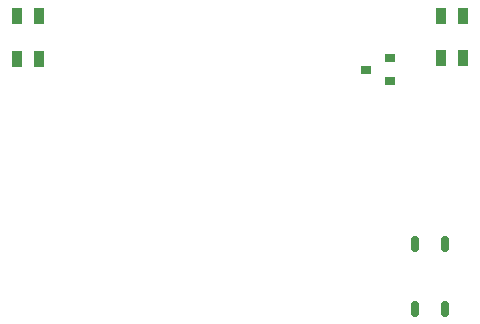
<source format=gbr>
G04 EAGLE Gerber X2 export*
%TF.Part,Single*%
%TF.FileFunction,Paste,Top*%
%TF.FilePolarity,Positive*%
%TF.GenerationSoftware,Autodesk,EAGLE,9.1.3*%
%TF.CreationDate,2018-10-07T17:36:22Z*%
G75*
%MOMM*%
%FSLAX34Y34*%
%LPD*%
%AMOC8*
5,1,8,0,0,1.08239X$1,22.5*%
G01*
%ADD10R,0.900000X0.800000*%
%ADD11C,0.635000*%
%ADD12R,0.965200X1.447800*%


D10*
X386000Y345000D03*
X406000Y335500D03*
X406000Y354500D03*
D11*
X452700Y145675D02*
X452700Y139325D01*
X427300Y139325D02*
X427300Y145675D01*
X452700Y194325D02*
X452700Y200675D01*
X427300Y200675D02*
X427300Y194325D01*
D12*
X468271Y355000D03*
X449729Y355000D03*
X468271Y390000D03*
X449729Y390000D03*
X109271Y390000D03*
X90729Y390000D03*
X109271Y354000D03*
X90729Y354000D03*
M02*

</source>
